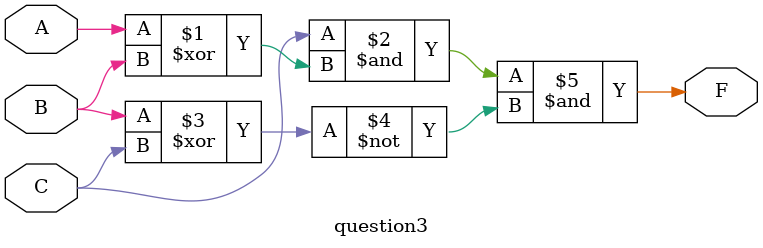
<source format=v>
module question3(
    input A,B,C,
    output F,
);
assign F = C & (A ^ B) & ~( B ^ C );
endmodule
</source>
